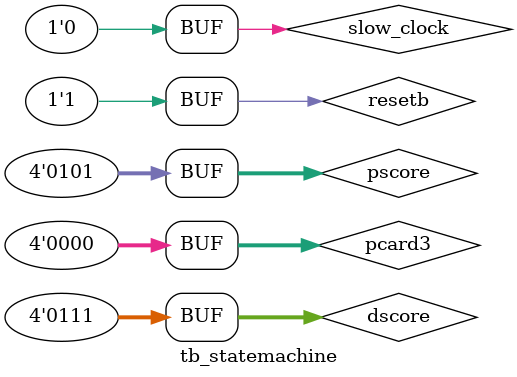
<source format=sv>
module tb_statemachine();
reg slow_clock;
reg resetb;
reg [3:0] dscore;
reg [3:0] pscore;
reg [3:0] pcard3;
wire load_pcard1;
wire load_pcard2;
wire load_pcard3;
wire load_dcard1;
wire load_dcard2;
wire load_dcard3;
wire player_win_light;
wire dealer_win_light;

reg error;

statemachine dut(slow_clock,resetb,dscore,pscore,pcard3,load_pcard1,load_pcard2,load_pcard3,load_dcard1,load_dcard2,load_dcard3,player_win_light,dealer_win_light);

task test;
input player_win_light_test;
input dealer_win_light_test;
input load_pcard1_test;
input load_pcard2_test;
input load_pcard3_test;
input load_dcard1_test;
input load_dcard2_test;
input load_dcard3_test;

error=1'b0;

	if(tb_statemachine.dut.player_win_light!=player_win_light_test)begin
		error=1'b1;
		$display("player_win_light_error");
		end
		
	if(tb_statemachine.dut.dealer_win_light!=dealer_win_light_test)begin
		error=1'b1;
		$display("dealer_win_light_error");
		end
	
	if(tb_statemachine.dut.load_pcard1!=load_pcard1_test)begin
		error=1'b1;
		$display("load_pcard1");
		end
		
	if(tb_statemachine.dut.load_pcard2!=load_pcard2_test)begin
		error=1'b1;
		$display("load_pcard2");
		end
		
	if(tb_statemachine.dut.load_pcard3!=load_pcard3_test)begin
		error=1'b1;
		$display("load_pcard3");
		end
		
	if(tb_statemachine.dut.load_dcard1!=load_dcard1_test)begin
		error=1'b1;
		$display("load_dcard1");
		end
		
	if(tb_statemachine.dut.load_dcard2!=load_dcard2_test)begin
		error=1'b1;
		$display("load_dcard2");
		end
		
	if(tb_statemachine.dut.load_dcard3!=load_dcard3_test)begin
		error=1'b1;
		$display("load_dcard3");
		end
		
endtask

initial begin

	resetb=1'b0;
	slow_clock=1'b0;
	#5;
	slow_clock=1'b1;
	#5
	slow_clock=1'b0;
	resetb=1'b1;
	#5

	slow_clock=1'b1; //testing a tie with two nines
	#5
	test(1'b0,1'b0,1'b1,1'b0,1'b0,1'b0,1'b0,1'b0);
	slow_clock=1'b0;
	#5
	slow_clock=1'b1;
	#5
	test(1'b0,1'b0,1'b0,1'b0,1'b0,1'b1,1'b0,1'b0);
	slow_clock=1'b0;
	#5
	slow_clock=1'b1;
	#5
	test(1'b0,1'b0,1'b0,1'b1,1'b0,1'b0,1'b0,1'b0);
	slow_clock=1'b0;
	#5
	slow_clock=1'b1;
	#5
	test(1'b0,1'b0,1'b0,1'b0,1'b0,1'b0,1'b1,1'b0);
	slow_clock=1'b0;
	dscore=9; pscore=9;
	#5
	slow_clock=1'b1;
	#5
	test(1'b1,1'b1,1'b0,1'b0,1'b0,1'b0,1'b0,1'b0);
	slow_clock=1'b0;
	resetb=1'b0;
	#5;
	slow_clock=1'b1;
	#5
	slow_clock=1'b0;
	resetb=1'b1;
	#5
	
	slow_clock=1'b1; //testing a player win 9-8
	#5
	test(1'b0,1'b0,1'b1,1'b0,1'b0,1'b0,1'b0,1'b0);
	slow_clock=1'b0;
	#5
	slow_clock=1'b1;
	#5
	test(1'b0,1'b0,1'b0,1'b0,1'b0,1'b1,1'b0,1'b0);
	slow_clock=1'b0;
	#5
	slow_clock=1'b1;
	#5
	test(1'b0,1'b0,1'b0,1'b1,1'b0,1'b0,1'b0,1'b0);
	slow_clock=1'b0;
	#5
	slow_clock=1'b1;
	#5
	test(1'b0,1'b0,1'b0,1'b0,1'b0,1'b0,1'b1,1'b0);
	slow_clock=1'b0;
	dscore=8; pscore=9;
	#5
	slow_clock=1'b1;
	#5
	test(1'b1,1'b0,1'b0,1'b0,1'b0,1'b0,1'b0,1'b0);
	slow_clock=1'b0;
	resetb=1'b0;
	#5;
	slow_clock=1'b1;
	#5
	slow_clock=1'b0;
	resetb=1'b1;
	#5
	
	slow_clock=1'b1; //testing a dealer win 8-9
	#5
	test(1'b0,1'b0,1'b1,1'b0,1'b0,1'b0,1'b0,1'b0);
	slow_clock=1'b0;
	#5
	slow_clock=1'b1;
	#5
	test(1'b0,1'b0,1'b0,1'b0,1'b0,1'b1,1'b0,1'b0);
	slow_clock=1'b0;
	#5
	slow_clock=1'b1;
	#5
	test(1'b0,1'b0,1'b0,1'b1,1'b0,1'b0,1'b0,1'b0);
	slow_clock=1'b0;
	#5
	slow_clock=1'b1;
	#5
	test(1'b0,1'b0,1'b0,1'b0,1'b0,1'b0,1'b1,1'b0);
	slow_clock=1'b0;
	dscore=9; pscore=9;
	#5
	slow_clock=1'b1;
	#5
	test(1'b1,1'b1,1'b0,1'b0,1'b0,1'b0,1'b0,1'b0);
	slow_clock=1'b0;
	resetb=1'b0;
	#5;
	slow_clock=1'b1;
	#5
	slow_clock=1'b0;
	resetb=1'b1;
	#5
	
	slow_clock=1'b1; //testing a player win 7-5 aka 2 card player 3 card dealer
	#5
	test(1'b0,1'b0,1'b1,1'b0,1'b0,1'b0,1'b0,1'b0);
	slow_clock=1'b0;
	#5
	slow_clock=1'b1;
	#5
	test(1'b0,1'b0,1'b0,1'b0,1'b0,1'b1,1'b0,1'b0);
	slow_clock=1'b0;
	#5
	slow_clock=1'b1;
	#5
	test(1'b0,1'b0,1'b0,1'b1,1'b0,1'b0,1'b0,1'b0);
	slow_clock=1'b0;
	#5
	slow_clock=1'b1;
	#5
	test(1'b0,1'b0,1'b0,1'b0,1'b0,1'b0,1'b1,1'b0);
	slow_clock=1'b0;
	dscore=5; pscore=6;
	#5
	slow_clock=1'b1;
	#5
	test(1'b0,1'b0,1'b0,1'b0,1'b0,1'b0,1'b0,1'b1);
	slow_clock=1'b0;
	#5
	slow_clock=1'b1;
	#5
	test(1'b1,1'b0,1'b0,1'b0,1'b0,1'b0,1'b0,1'b0);
	slow_clock=1'b0;
	resetb=1'b0;
	#5;
	slow_clock=1'b1;
	#5
	slow_clock=1'b0;
	resetb=1'b1;
	#5;

	slow_clock=1'b1; //testing a dealer win 7-5 aka 3 card player 2 card dealer
	#5
	test(1'b0,1'b0,1'b1,1'b0,1'b0,1'b0,1'b0,1'b0);
	slow_clock=1'b0;
	#5
	slow_clock=1'b1;
	#5
	test(1'b0,1'b0,1'b0,1'b0,1'b0,1'b1,1'b0,1'b0);
	slow_clock=1'b0;
	#5
	slow_clock=1'b1;
	#5
	test(1'b0,1'b0,1'b0,1'b1,1'b0,1'b0,1'b0,1'b0);
	slow_clock=1'b0;
	#5
	slow_clock=1'b1;
	#5
	test(1'b0,1'b0,1'b0,1'b0,1'b0,1'b0,1'b1,1'b0);
	slow_clock=1'b0;
	dscore=7; pscore=5;
	#5
	slow_clock=1'b1;
	#5
	test(1'b0,1'b0,1'b0,1'b0,1'b1,1'b0,1'b0,1'b0);
	slow_clock=1'b0;
	#5
	slow_clock=1'b1;
	#5
	test(1'b0,1'b1,1'b0,1'b0,1'b0,1'b0,1'b0,1'b0);
	slow_clock=1'b0;
	resetb=1'b0;
	#5;
	slow_clock=1'b1;
	#5
	slow_clock=1'b0;
	resetb=1'b1;
	#5;
	
	slow_clock=1'b1; //testing a dealer win 6-5 aka 3 card player 3 card dealer
	#5
	test(1'b0,1'b0,1'b1,1'b0,1'b0,1'b0,1'b0,1'b0);
	slow_clock=1'b0;
	#5
	slow_clock=1'b1;
	#5
	test(1'b0,1'b0,1'b0,1'b0,1'b0,1'b1,1'b0,1'b0);
	slow_clock=1'b0;
	#5
	slow_clock=1'b1;
	#5
	test(1'b0,1'b0,1'b0,1'b1,1'b0,1'b0,1'b0,1'b0);
	slow_clock=1'b0;
	#5
	slow_clock=1'b1;
	#5
	test(1'b0,1'b0,1'b0,1'b0,1'b0,1'b0,1'b1,1'b0);
	slow_clock=1'b0;
	dscore=6; pscore=5;
	#5
	slow_clock=1'b1;
	#5
	test(1'b0,1'b0,1'b0,1'b0,1'b1,1'b0,1'b0,1'b0);
	slow_clock=1'b0;
	pcard3=4'd6;
	pscore=5;
	#5
	slow_clock=1'b1;
	#5
	test(1'b0,1'b0,1'b0,1'b0,1'b0,1'b0,1'b0,1'b1);
	slow_clock=1'b0;
	#5
	slow_clock=1'b1;
	#5
	test(1'b0,1'b1,1'b0,1'b0,1'b0,1'b0,1'b0,1'b0);
	slow_clock=1'b0;
	resetb=1'b0;
	#5;
	slow_clock=1'b1;
	#5
	slow_clock=1'b0;
	resetb=1'b1;
	#5;
	
	slow_clock=1'b1; //testing a dealer win 5-5 aka 3 card player 3 card dealer
	#5
	test(1'b0,1'b0,1'b1,1'b0,1'b0,1'b0,1'b0,1'b0);
	slow_clock=1'b0;
	#5
	slow_clock=1'b1;
	#5
	test(1'b0,1'b0,1'b0,1'b0,1'b0,1'b1,1'b0,1'b0);
	slow_clock=1'b0;
	#5
	slow_clock=1'b1;
	#5
	test(1'b0,1'b0,1'b0,1'b1,1'b0,1'b0,1'b0,1'b0);
	slow_clock=1'b0;
	#5
	slow_clock=1'b1;
	#5
	test(1'b0,1'b0,1'b0,1'b0,1'b0,1'b0,1'b1,1'b0);
	slow_clock=1'b0;
	dscore=5; pscore=5;
	#5
	slow_clock=1'b1;
	#5
	test(1'b0,1'b0,1'b0,1'b0,1'b1,1'b0,1'b0,1'b0);
	slow_clock=1'b0;
	pcard3=4'd6;
	pscore=5;
	#5
	slow_clock=1'b1;
	#5
	test(1'b0,1'b0,1'b0,1'b0,1'b0,1'b0,1'b0,1'b1);
	slow_clock=1'b0;
	#5
	slow_clock=1'b1;
	#5
	test(1'b1,1'b1,1'b0,1'b0,1'b0,1'b0,1'b0,1'b0);
	slow_clock=1'b0;
	resetb=1'b0;
	#5;
	slow_clock=1'b1;
	#5
	slow_clock=1'b0;
	resetb=1'b1;
	#5;
	
	slow_clock=1'b1; //testing a dealer win 4-5 aka 3 card player 3 card dealer
	#5
	test(1'b0,1'b0,1'b1,1'b0,1'b0,1'b0,1'b0,1'b0);
	slow_clock=1'b0;
	#5
	slow_clock=1'b1;
	#5
	test(1'b0,1'b0,1'b0,1'b0,1'b0,1'b1,1'b0,1'b0);
	slow_clock=1'b0;
	#5
	slow_clock=1'b1;
	#5
	test(1'b0,1'b0,1'b0,1'b1,1'b0,1'b0,1'b0,1'b0);
	slow_clock=1'b0;
	#5
	slow_clock=1'b1;
	#5
	test(1'b0,1'b0,1'b0,1'b0,1'b0,1'b0,1'b1,1'b0);
	slow_clock=1'b0;
	dscore=4; pscore=5;
	#5
	slow_clock=1'b1;
	#5
	test(1'b0,1'b0,1'b0,1'b0,1'b1,1'b0,1'b0,1'b0);
	slow_clock=1'b0;
	pcard3=4'd6;
	pscore=5;
	#5
	slow_clock=1'b1;
	#5
	test(1'b0,1'b0,1'b0,1'b0,1'b0,1'b0,1'b0,1'b1);
	slow_clock=1'b0;
	#5
	slow_clock=1'b1;
	#5
	test(1'b1,1'b0,1'b0,1'b0,1'b0,1'b0,1'b0,1'b0);
	slow_clock=1'b0;
	resetb=1'b0;
	#5;
	slow_clock=1'b1;
	#5
	slow_clock=1'b0;
	resetb=1'b1;
	#5;
	
	slow_clock=1'b1; //testing a dealer win 3-5 aka 3 card player 3 card dealer
	#5
	test(1'b0,1'b0,1'b1,1'b0,1'b0,1'b0,1'b0,1'b0);
	slow_clock=1'b0;
	#5
	slow_clock=1'b1;
	#5
	test(1'b0,1'b0,1'b0,1'b0,1'b0,1'b1,1'b0,1'b0);
	slow_clock=1'b0;
	#5
	slow_clock=1'b1;
	#5
	test(1'b0,1'b0,1'b0,1'b1,1'b0,1'b0,1'b0,1'b0);
	slow_clock=1'b0;
	#5
	slow_clock=1'b1;
	#5
	test(1'b0,1'b0,1'b0,1'b0,1'b0,1'b0,1'b1,1'b0);
	slow_clock=1'b0;
	dscore=3; pscore=5;
	#5
	slow_clock=1'b1;
	#5
	test(1'b0,1'b0,1'b0,1'b0,1'b1,1'b0,1'b0,1'b0);
	slow_clock=1'b0;
	pcard3=4'd6;
	pscore=5;
	#5
	slow_clock=1'b1;
	#5
	test(1'b0,1'b0,1'b0,1'b0,1'b0,1'b0,1'b0,1'b1);
	slow_clock=1'b0;
	#5
	slow_clock=1'b1;
	#5
	test(1'b1,1'b0,1'b0,1'b0,1'b0,1'b0,1'b0,1'b0);
	slow_clock=1'b0;
	resetb=1'b0;
	#5;
	slow_clock=1'b1;
	#5
	slow_clock=1'b0;
	resetb=1'b1;
	#5;
	
	
	slow_clock=1'b1; //testing a dealer win 3-5 with the card being an 8
	#5

	test(1'b0,1'b0,1'b1,1'b0,1'b0,1'b0,1'b0,1'b0);
	slow_clock=1'b0;
	#5
	slow_clock=1'b1;
	#5
	test(1'b0,1'b0,1'b0,1'b0,1'b0,1'b1,1'b0,1'b0);
	slow_clock=1'b0;
	#5
	slow_clock=1'b1;
	#5
	test(1'b0,1'b0,1'b0,1'b1,1'b0,1'b0,1'b0,1'b0);
	slow_clock=1'b0;
	#5
	slow_clock=1'b1;
	#5
	test(1'b0,1'b0,1'b0,1'b0,1'b0,1'b0,1'b1,1'b0);
	slow_clock=1'b0;
	dscore=3; pscore=5;
	#5
	slow_clock=1'b1;
	#5
	test(1'b0,1'b0,1'b0,1'b0,1'b1,1'b0,1'b0,1'b0);
	slow_clock=1'b0;
	pcard3=4'd8;
	#5
	slow_clock=1'b1;
	#5
	test(1'b1,1'b0,1'b0,1'b0,1'b0,1'b0,1'b0,1'b0);
	slow_clock=1'b0;
	resetb=1'b0;
	#5;
	slow_clock=1'b1;
	#5
	slow_clock=1'b0;
	resetb=1'b1;
	#5;

		slow_clock=1'b1; //testing a dealer win 2-5 aka 3 card player 3 card dealer
	#5
	test(1'b0,1'b0,1'b1,1'b0,1'b0,1'b0,1'b0,1'b0);
	slow_clock=1'b0;
	#5
	slow_clock=1'b1;
	#5
	test(1'b0,1'b0,1'b0,1'b0,1'b0,1'b1,1'b0,1'b0);
	slow_clock=1'b0;
	#5
	slow_clock=1'b1;
	#5
	test(1'b0,1'b0,1'b0,1'b1,1'b0,1'b0,1'b0,1'b0);
	slow_clock=1'b0;
	#5
	slow_clock=1'b1;
	#5
	test(1'b0,1'b0,1'b0,1'b0,1'b0,1'b0,1'b1,1'b0);
	slow_clock=1'b0;
	dscore=2; pscore=5;
	#5
	slow_clock=1'b1;
	#5
	test(1'b0,1'b0,1'b0,1'b0,1'b1,1'b0,1'b0,1'b0);
	slow_clock=1'b0;
	pcard3=4'd6;
	pscore=5;
	#5
	slow_clock=1'b1;
	#5
	test(1'b0,1'b0,1'b0,1'b0,1'b0,1'b0,1'b0,1'b1);
	slow_clock=1'b0;
	#5
	slow_clock=1'b1;
	#5
	test(1'b1,1'b0,1'b0,1'b0,1'b0,1'b0,1'b0,1'b0);
	slow_clock=1'b0;
	resetb=1'b0;
	#5;
	slow_clock=1'b1;
	#5
	slow_clock=1'b0;
	resetb=1'b1;
	#5;
	
		slow_clock=1'b1; //testing a dealer win 1-5 aka 3 card player 3 card dealer
	#5
	test(1'b0,1'b0,1'b1,1'b0,1'b0,1'b0,1'b0,1'b0);
	slow_clock=1'b0;
	#5
	slow_clock=1'b1;
	#5
	test(1'b0,1'b0,1'b0,1'b0,1'b0,1'b1,1'b0,1'b0);
	slow_clock=1'b0;
	#5
	slow_clock=1'b1;
	#5
	test(1'b0,1'b0,1'b0,1'b1,1'b0,1'b0,1'b0,1'b0);
	slow_clock=1'b0;
	#5
	slow_clock=1'b1;
	#5
	test(1'b0,1'b0,1'b0,1'b0,1'b0,1'b0,1'b1,1'b0);
	slow_clock=1'b0;
	dscore=1; pscore=5;
	#5
	slow_clock=1'b1;
	#5
	test(1'b0,1'b0,1'b0,1'b0,1'b1,1'b0,1'b0,1'b0);
	slow_clock=1'b0;
	pcard3=4'd6;
	pscore=5;
	#5
	slow_clock=1'b1;
	#5
	test(1'b0,1'b0,1'b0,1'b0,1'b0,1'b0,1'b0,1'b1);
	slow_clock=1'b0;
	#5
	slow_clock=1'b1;
	#5
	test(1'b1,1'b0,1'b0,1'b0,1'b0,1'b0,1'b0,1'b0);
	slow_clock=1'b0;
	resetb=1'b0;
	#5;
	slow_clock=1'b1;
	#5
	slow_clock=1'b0;
	resetb=1'b1;
	#5;
	
		slow_clock=1'b1; //testing a dealer win 0-5 aka 3 card player 3 card dealer
	#5
	test(1'b0,1'b0,1'b1,1'b0,1'b0,1'b0,1'b0,1'b0);
	slow_clock=1'b0;
	#5
	slow_clock=1'b1;
	#5
	test(1'b0,1'b0,1'b0,1'b0,1'b0,1'b1,1'b0,1'b0);
	slow_clock=1'b0;
	#5
	slow_clock=1'b1;
	#5
	test(1'b0,1'b0,1'b0,1'b1,1'b0,1'b0,1'b0,1'b0);
	slow_clock=1'b0;
	#5
	slow_clock=1'b1;
	#5
	test(1'b0,1'b0,1'b0,1'b0,1'b0,1'b0,1'b1,1'b0);
	slow_clock=1'b0;
	dscore=0; pscore=5;
	#5
	slow_clock=1'b1;
	#5
	test(1'b0,1'b0,1'b0,1'b0,1'b1,1'b0,1'b0,1'b0);
	slow_clock=1'b0;
	pcard3=4'd6;
	pscore=5;
	#5
	slow_clock=1'b1;
	#5
	test(1'b0,1'b0,1'b0,1'b0,1'b0,1'b0,1'b0,1'b1);
	slow_clock=1'b0;
	#5
	slow_clock=1'b1;
	#5
	test(1'b1,1'b0,1'b0,1'b0,1'b0,1'b0,1'b0,1'b0);
	slow_clock=1'b0;
	resetb=1'b0;
	#5;
	slow_clock=1'b1;
	#5
	slow_clock=1'b0;
	resetb=1'b1;
	#5;
	
	slow_clock=1'b1; //testing a tie 7-7
	#5
	test(1'b0,1'b0,1'b1,1'b0,1'b0,1'b0,1'b0,1'b0);
	slow_clock=1'b0;
	#5
	slow_clock=1'b1;
	#5
	test(1'b0,1'b0,1'b0,1'b0,1'b0,1'b1,1'b0,1'b0);
	slow_clock=1'b0;
	#5
	slow_clock=1'b1;
	#5
	test(1'b0,1'b0,1'b0,1'b1,1'b0,1'b0,1'b0,1'b0);
	slow_clock=1'b0;
	#5
	slow_clock=1'b1;
	#5
	test(1'b0,1'b0,1'b0,1'b0,1'b0,1'b0,1'b1,1'b0);
	slow_clock=1'b0;
	dscore=7; pscore=7;
	#5
	slow_clock=1'b1;
	#5
	test(1'b1,1'b1,1'b0,1'b0,1'b0,1'b0,1'b0,1'b0);
	slow_clock=1'b0;
	resetb=1'b0;
	#5;
	slow_clock=1'b1;
	#5
	slow_clock=1'b0;
	resetb=1'b1;
	#5
	
	slow_clock=1'b1; //testing a tie 7-7
	#5
	test(1'b0,1'b0,1'b1,1'b0,1'b0,1'b0,1'b0,1'b0);
	slow_clock=1'b0;
	#5
	slow_clock=1'b1;
	#5
	test(1'b0,1'b0,1'b0,1'b0,1'b0,1'b1,1'b0,1'b0);
	slow_clock=1'b0;
	#5
	slow_clock=1'b1;
	#5
	test(1'b0,1'b0,1'b0,1'b1,1'b0,1'b0,1'b0,1'b0);
	slow_clock=1'b0;
	#5
	slow_clock=1'b1;
	#5
	test(1'b0,1'b0,1'b0,1'b0,1'b0,1'b0,1'b1,1'b0);
	slow_clock=1'b0;
	dscore=7; pscore=4;
	#5
	slow_clock=1'b1;
	#5
	test(1'b1,1'b1,1'b0,1'b0,1'b0,1'b0,1'b0,1'b0);
	slow_clock=1'b0;
	pcard3=4'd6;
	pscore=5;
	#5
	slow_clock=1'b1;
	#5
	test(1'b0,1'b1,1'b0,1'b0,1'b0,1'b0,1'b0,1'b1);
	slow_clock=1'b0;
	resetb=1'b0;
	#5;
	slow_clock=1'b1;
	#5
	slow_clock=1'b0;
	resetb=1'b1;
	#5
	
	slow_clock=1'b1; //testing a dealer win 6-5 aka 3 card player 3 card dealer
	#5
	test(1'b0,1'b0,1'b1,1'b0,1'b0,1'b0,1'b0,1'b0);
	slow_clock=1'b0;
	#5
	slow_clock=1'b1;
	#5
	test(1'b0,1'b0,1'b0,1'b0,1'b0,1'b1,1'b0,1'b0);
	slow_clock=1'b0;
	#5
	slow_clock=1'b1;
	#5
	test(1'b0,1'b0,1'b0,1'b1,1'b0,1'b0,1'b0,1'b0);
	slow_clock=1'b0;
	#5
	slow_clock=1'b1;
	#5
	test(1'b0,1'b0,1'b0,1'b0,1'b0,1'b0,1'b1,1'b0);
	slow_clock=1'b0;
	dscore=6; pscore=5;
	#5
	slow_clock=1'b1;
	#5
	test(1'b0,1'b0,1'b0,1'b0,1'b1,1'b0,1'b0,1'b0);
	slow_clock=1'b0;
	pcard3=4'd2;
	pscore=5;
	#5
	slow_clock=1'b1;
	#5
	test(1'b0,1'b0,1'b0,1'b0,1'b0,1'b0,1'b0,1'b1);
	slow_clock=1'b0;
	#5
	slow_clock=1'b1;
	#5
	test(1'b0,1'b1,1'b0,1'b0,1'b0,1'b0,1'b0,1'b0);
	slow_clock=1'b0;
	resetb=1'b0;
	#5;
	slow_clock=1'b1;
	#5
	slow_clock=1'b0;
	resetb=1'b1;
	#5;
	
	test(1'b1,1'b1,1'b1,1'b1,1'b1,1'b1,1'b1,1'b1);
	#2;
	pcard3=4'b1111;
	#1;
	pcard3=4'b0;
	#2;
	pscore=4'b1111;
	#1;
	pscore=4'b0;
	#2;
	dscore=4'b1111;
	#1;
	dscore=4'b0;
	
	slow_clock=1'b1; //testing a dealer win 7-5 aka 3 card player 2 card dealer
	#5
	test(1'b0,1'b0,1'b1,1'b0,1'b0,1'b0,1'b0,1'b0);
	slow_clock=1'b0;
	#5
	slow_clock=1'b1;
	#5
	test(1'b0,1'b0,1'b0,1'b0,1'b0,1'b1,1'b0,1'b0);
	slow_clock=1'b0;
	#5
	slow_clock=1'b1;
	#5
	test(1'b0,1'b0,1'b0,1'b1,1'b0,1'b0,1'b0,1'b0);
	slow_clock=1'b0;
	#5
	slow_clock=1'b1;
	#5
	test(1'b0,1'b0,1'b0,1'b0,1'b0,1'b0,1'b1,1'b0);
	slow_clock=1'b0;
	dscore=5; pscore=5;
	#5
	slow_clock=1'b1;
	#5
	test(1'b0,1'b0,1'b0,1'b0,1'b1,1'b0,1'b0,1'b0);
	slow_clock=1'b0;
	dscore=7;
	#5
	slow_clock=1'b1;
	#5
	test(1'b0,1'b1,1'b0,1'b0,1'b0,1'b0,1'b0,1'b0);
	slow_clock=1'b0;
	resetb=1'b0;
	#5;
	slow_clock=1'b1;
	#5
	slow_clock=1'b0;
	resetb=1'b1;
	#5;
	
	

end
// Your testbench goes here. Make sure your tests exercise the entire design
// in the .sv file.  Note that in our tests the simulator will exit after
// 10,000 ticks (equivalent to "initial #10000 $finish();").

endmodule

</source>
